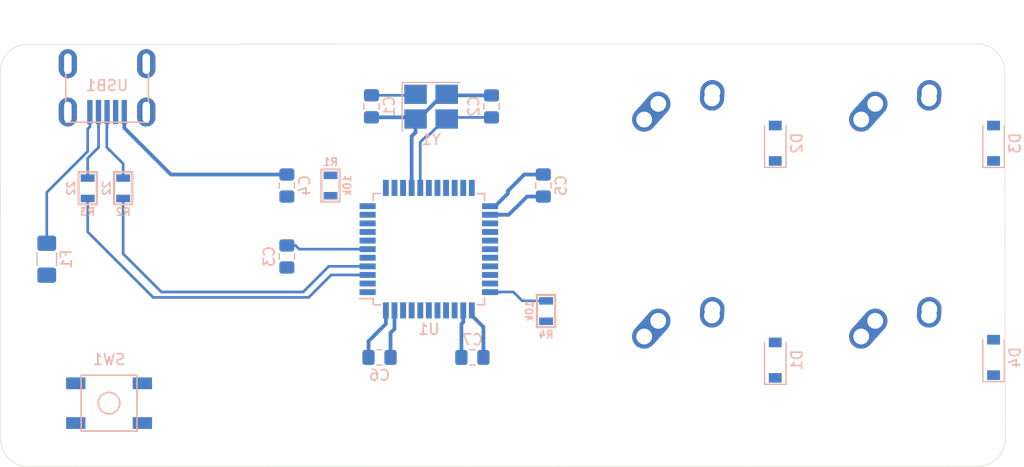
<source format=kicad_pcb>
(kicad_pcb (version 20171130) (host pcbnew "(5.1.2)-1")

  (general
    (thickness 1.6)
    (drawings 8)
    (tracks 80)
    (zones 0)
    (modules 24)
    (nets 45)
  )

  (page A4)
  (layers
    (0 F.Cu signal)
    (31 B.Cu signal)
    (32 B.Adhes user)
    (33 F.Adhes user)
    (34 B.Paste user)
    (35 F.Paste user)
    (36 B.SilkS user)
    (37 F.SilkS user)
    (38 B.Mask user)
    (39 F.Mask user)
    (40 Dwgs.User user)
    (41 Cmts.User user)
    (42 Eco1.User user)
    (43 Eco2.User user)
    (44 Edge.Cuts user)
    (45 Margin user)
    (46 B.CrtYd user)
    (47 F.CrtYd user)
    (48 B.Fab user)
    (49 F.Fab user)
  )

  (setup
    (last_trace_width 0.25)
    (trace_clearance 0.2)
    (zone_clearance 0.508)
    (zone_45_only no)
    (trace_min 0.2)
    (via_size 0.8)
    (via_drill 0.4)
    (via_min_size 0.4)
    (via_min_drill 0.3)
    (uvia_size 0.3)
    (uvia_drill 0.1)
    (uvias_allowed no)
    (uvia_min_size 0.2)
    (uvia_min_drill 0.1)
    (edge_width 0.05)
    (segment_width 0.2)
    (pcb_text_width 0.3)
    (pcb_text_size 1.5 1.5)
    (mod_edge_width 0.12)
    (mod_text_size 1 1)
    (mod_text_width 0.15)
    (pad_size 1.524 1.524)
    (pad_drill 0.762)
    (pad_to_mask_clearance 0.051)
    (solder_mask_min_width 0.25)
    (aux_axis_origin 0 0)
    (visible_elements 7FFFFFFF)
    (pcbplotparams
      (layerselection 0x010fc_ffffffff)
      (usegerberextensions false)
      (usegerberattributes false)
      (usegerberadvancedattributes false)
      (creategerberjobfile false)
      (excludeedgelayer true)
      (linewidth 0.100000)
      (plotframeref false)
      (viasonmask false)
      (mode 1)
      (useauxorigin false)
      (hpglpennumber 1)
      (hpglpenspeed 20)
      (hpglpendiameter 15.000000)
      (psnegative false)
      (psa4output false)
      (plotreference true)
      (plotvalue true)
      (plotinvisibletext false)
      (padsonsilk false)
      (subtractmaskfromsilk false)
      (outputformat 1)
      (mirror false)
      (drillshape 1)
      (scaleselection 1)
      (outputdirectory ""))
  )

  (net 0 "")
  (net 1 "Net-(C1-Pad2)")
  (net 2 GND)
  (net 3 "Net-(C2-Pad2)")
  (net 4 "Net-(C3-Pad1)")
  (net 5 +5V)
  (net 6 "Net-(D1-Pad2)")
  (net 7 ROW0)
  (net 8 "Net-(D2-Pad2)")
  (net 9 "Net-(D3-Pad2)")
  (net 10 ROW1)
  (net 11 "Net-(D4-Pad2)")
  (net 12 VCC)
  (net 13 COL0)
  (net 14 COL1)
  (net 15 "Net-(R1-Pad1)")
  (net 16 D+)
  (net 17 "Net-(R2-Pad1)")
  (net 18 D-)
  (net 19 "Net-(R3-Pad1)")
  (net 20 "Net-(R4-Pad2)")
  (net 21 "Net-(U1-Pad42)")
  (net 22 "Net-(U1-Pad41)")
  (net 23 "Net-(U1-Pad40)")
  (net 24 "Net-(U1-Pad39)")
  (net 25 "Net-(U1-Pad38)")
  (net 26 "Net-(U1-Pad37)")
  (net 27 "Net-(U1-Pad36)")
  (net 28 "Net-(U1-Pad32)")
  (net 29 "Net-(U1-Pad31)")
  (net 30 "Net-(U1-Pad26)")
  (net 31 "Net-(U1-Pad25)")
  (net 32 "Net-(U1-Pad22)")
  (net 33 "Net-(U1-Pad21)")
  (net 34 "Net-(U1-Pad20)")
  (net 35 "Net-(U1-Pad19)")
  (net 36 "Net-(U1-Pad18)")
  (net 37 "Net-(U1-Pad12)")
  (net 38 "Net-(U1-Pad11)")
  (net 39 "Net-(U1-Pad10)")
  (net 40 "Net-(U1-Pad9)")
  (net 41 "Net-(U1-Pad8)")
  (net 42 "Net-(U1-Pad1)")
  (net 43 "Net-(USB1-Pad6)")
  (net 44 "Net-(USB1-Pad2)")

  (net_class Default "これはデフォルトのネット クラスです。"
    (clearance 0.2)
    (trace_width 0.25)
    (via_dia 0.8)
    (via_drill 0.4)
    (uvia_dia 0.3)
    (uvia_drill 0.1)
    (add_net COL0)
    (add_net COL1)
    (add_net D+)
    (add_net D-)
    (add_net "Net-(C1-Pad2)")
    (add_net "Net-(C2-Pad2)")
    (add_net "Net-(C3-Pad1)")
    (add_net "Net-(D1-Pad2)")
    (add_net "Net-(D2-Pad2)")
    (add_net "Net-(D3-Pad2)")
    (add_net "Net-(D4-Pad2)")
    (add_net "Net-(R1-Pad1)")
    (add_net "Net-(R2-Pad1)")
    (add_net "Net-(R3-Pad1)")
    (add_net "Net-(R4-Pad2)")
    (add_net "Net-(U1-Pad1)")
    (add_net "Net-(U1-Pad10)")
    (add_net "Net-(U1-Pad11)")
    (add_net "Net-(U1-Pad12)")
    (add_net "Net-(U1-Pad18)")
    (add_net "Net-(U1-Pad19)")
    (add_net "Net-(U1-Pad20)")
    (add_net "Net-(U1-Pad21)")
    (add_net "Net-(U1-Pad22)")
    (add_net "Net-(U1-Pad25)")
    (add_net "Net-(U1-Pad26)")
    (add_net "Net-(U1-Pad31)")
    (add_net "Net-(U1-Pad32)")
    (add_net "Net-(U1-Pad36)")
    (add_net "Net-(U1-Pad37)")
    (add_net "Net-(U1-Pad38)")
    (add_net "Net-(U1-Pad39)")
    (add_net "Net-(U1-Pad40)")
    (add_net "Net-(U1-Pad41)")
    (add_net "Net-(U1-Pad42)")
    (add_net "Net-(U1-Pad8)")
    (add_net "Net-(U1-Pad9)")
    (add_net "Net-(USB1-Pad2)")
    (add_net "Net-(USB1-Pad6)")
    (add_net ROW0)
    (add_net ROW1)
    (add_net VCC)
  )

  (net_class power ""
    (clearance 0.2)
    (trace_width 0.35)
    (via_dia 0.8)
    (via_drill 0.4)
    (uvia_dia 0.3)
    (uvia_drill 0.1)
    (add_net +5V)
    (add_net GND)
  )

  (module Crystal:Crystal_SMD_3225-4Pin_3.2x2.5mm_HandSoldering (layer B.Cu) (tedit 5A0FD1B2) (tstamp 5DFF21A0)
    (at 63.97532 59.20424)
    (descr "SMD Crystal SERIES SMD3225/4 http://www.txccrystal.com/images/pdf/7m-accuracy.pdf, hand-soldering, 3.2x2.5mm^2 package")
    (tags "SMD SMT crystal hand-soldering")
    (path /5DC12B7D)
    (attr smd)
    (fp_text reference Y1 (at 0 3.05) (layer B.SilkS)
      (effects (font (size 1 1) (thickness 0.15)) (justify mirror))
    )
    (fp_text value 16MHz (at 0 -3.05) (layer B.Fab)
      (effects (font (size 1 1) (thickness 0.15)) (justify mirror))
    )
    (fp_line (start 2.8 2.3) (end -2.8 2.3) (layer B.CrtYd) (width 0.05))
    (fp_line (start 2.8 -2.3) (end 2.8 2.3) (layer B.CrtYd) (width 0.05))
    (fp_line (start -2.8 -2.3) (end 2.8 -2.3) (layer B.CrtYd) (width 0.05))
    (fp_line (start -2.8 2.3) (end -2.8 -2.3) (layer B.CrtYd) (width 0.05))
    (fp_line (start -2.7 -2.25) (end 2.7 -2.25) (layer B.SilkS) (width 0.12))
    (fp_line (start -2.7 2.25) (end -2.7 -2.25) (layer B.SilkS) (width 0.12))
    (fp_line (start -1.6 -0.25) (end -0.6 -1.25) (layer B.Fab) (width 0.1))
    (fp_line (start 1.6 1.25) (end -1.6 1.25) (layer B.Fab) (width 0.1))
    (fp_line (start 1.6 -1.25) (end 1.6 1.25) (layer B.Fab) (width 0.1))
    (fp_line (start -1.6 -1.25) (end 1.6 -1.25) (layer B.Fab) (width 0.1))
    (fp_line (start -1.6 1.25) (end -1.6 -1.25) (layer B.Fab) (width 0.1))
    (fp_text user %R (at 0 0) (layer B.Fab)
      (effects (font (size 0.7 0.7) (thickness 0.105)) (justify mirror))
    )
    (pad 4 smd rect (at -1.45 1.15) (size 2.1 1.8) (layers B.Cu B.Paste B.Mask)
      (net 2 GND))
    (pad 3 smd rect (at 1.45 1.15) (size 2.1 1.8) (layers B.Cu B.Paste B.Mask)
      (net 3 "Net-(C2-Pad2)"))
    (pad 2 smd rect (at 1.45 -1.15) (size 2.1 1.8) (layers B.Cu B.Paste B.Mask)
      (net 2 GND))
    (pad 1 smd rect (at -1.45 -1.15) (size 2.1 1.8) (layers B.Cu B.Paste B.Mask)
      (net 1 "Net-(C1-Pad2)"))
    (model ${KISYS3DMOD}/Crystal.3dshapes/Crystal_SMD_3225-4Pin_3.2x2.5mm_HandSoldering.wrl
      (at (xyz 0 0 0))
      (scale (xyz 1 1 1))
      (rotate (xyz 0 0 0))
    )
  )

  (module random-keyboard-parts:Molex-0548190589 (layer B.Cu) (tedit 5C494815) (tstamp 5DFF218C)
    (at 33.8074 55.20436 270)
    (path /5DC46C17)
    (attr smd)
    (fp_text reference USB1 (at 2.032 0) (layer B.SilkS)
      (effects (font (size 1 1) (thickness 0.15)) (justify mirror))
    )
    (fp_text value Molex-0548190589 (at -5.08 0) (layer Dwgs.User)
      (effects (font (size 1 1) (thickness 0.15)))
    )
    (fp_text user %R (at 2 0) (layer B.CrtYd)
      (effects (font (size 1 1) (thickness 0.15)) (justify mirror))
    )
    (fp_line (start 3.25 1.25) (end 5.5 1.25) (layer B.CrtYd) (width 0.15))
    (fp_line (start 5.5 0.5) (end 3.25 0.5) (layer B.CrtYd) (width 0.15))
    (fp_line (start 3.25 -0.5) (end 5.5 -0.5) (layer B.CrtYd) (width 0.15))
    (fp_line (start 5.5 -1.25) (end 3.25 -1.25) (layer B.CrtYd) (width 0.15))
    (fp_line (start 3.25 -2) (end 5.5 -2) (layer B.CrtYd) (width 0.15))
    (fp_line (start 3.25 2) (end 3.25 -2) (layer B.CrtYd) (width 0.15))
    (fp_line (start 5.5 2) (end 3.25 2) (layer B.CrtYd) (width 0.15))
    (fp_line (start -3.75 -3.75) (end -3.75 3.75) (layer B.CrtYd) (width 0.15))
    (fp_line (start 5.5 -3.75) (end -3.75 -3.75) (layer B.CrtYd) (width 0.15))
    (fp_line (start 5.5 3.75) (end 5.5 -3.75) (layer B.CrtYd) (width 0.15))
    (fp_line (start -3.75 3.75) (end 5.5 3.75) (layer B.CrtYd) (width 0.15))
    (fp_line (start 0 3.85) (end 5.45 3.85) (layer B.SilkS) (width 0.15))
    (fp_line (start 0 -3.85) (end 5.45 -3.85) (layer B.SilkS) (width 0.15))
    (fp_line (start 5.45 3.85) (end 5.45 -3.85) (layer B.SilkS) (width 0.15))
    (fp_line (start -3.75 3.85) (end 0 3.85) (layer Dwgs.User) (width 0.15))
    (fp_line (start -3.75 -3.85) (end 0 -3.85) (layer Dwgs.User) (width 0.15))
    (fp_line (start -1.75 4.572) (end -1.75 -4.572) (layer Dwgs.User) (width 0.15))
    (fp_line (start -3.75 3.85) (end -3.75 -3.85) (layer Dwgs.User) (width 0.15))
    (pad 6 thru_hole oval (at 0 3.65 270) (size 2.7 1.7) (drill oval 1.9 0.7) (layers *.Cu *.Mask)
      (net 43 "Net-(USB1-Pad6)"))
    (pad 6 thru_hole oval (at 0 -3.65 270) (size 2.7 1.7) (drill oval 1.9 0.7) (layers *.Cu *.Mask)
      (net 43 "Net-(USB1-Pad6)"))
    (pad 6 thru_hole oval (at 4.5 -3.65 270) (size 2.7 1.7) (drill oval 1.9 0.7) (layers *.Cu *.Mask)
      (net 43 "Net-(USB1-Pad6)"))
    (pad 6 thru_hole oval (at 4.5 3.65 270) (size 2.7 1.7) (drill oval 1.9 0.7) (layers *.Cu *.Mask)
      (net 43 "Net-(USB1-Pad6)"))
    (pad 5 smd rect (at 4.5 1.6 270) (size 2.25 0.5) (layers B.Cu B.Paste B.Mask)
      (net 12 VCC))
    (pad 4 smd rect (at 4.5 0.8 270) (size 2.25 0.5) (layers B.Cu B.Paste B.Mask)
      (net 18 D-))
    (pad 3 smd rect (at 4.5 0 270) (size 2.25 0.5) (layers B.Cu B.Paste B.Mask)
      (net 16 D+))
    (pad 2 smd rect (at 4.5 -0.8 270) (size 2.25 0.5) (layers B.Cu B.Paste B.Mask)
      (net 44 "Net-(USB1-Pad2)"))
    (pad 1 smd rect (at 4.5 -1.6 270) (size 2.25 0.5) (layers B.Cu B.Paste B.Mask)
      (net 2 GND))
  )

  (module Package_QFP:TQFP-44_10x10mm_P0.8mm (layer B.Cu) (tedit 5A02F146) (tstamp 5DFF216C)
    (at 63.76416 72.47128)
    (descr "44-Lead Plastic Thin Quad Flatpack (PT) - 10x10x1.0 mm Body [TQFP] (see Microchip Packaging Specification 00000049BS.pdf)")
    (tags "QFP 0.8")
    (path /5DBEEC39)
    (attr smd)
    (fp_text reference U1 (at 0 7.45) (layer B.SilkS)
      (effects (font (size 1 1) (thickness 0.15)) (justify mirror))
    )
    (fp_text value ATmega32U4-AU (at 0 -7.45) (layer B.Fab)
      (effects (font (size 1 1) (thickness 0.15)) (justify mirror))
    )
    (fp_line (start -5.175 4.6) (end -6.45 4.6) (layer B.SilkS) (width 0.15))
    (fp_line (start 5.175 5.175) (end 4.5 5.175) (layer B.SilkS) (width 0.15))
    (fp_line (start 5.175 -5.175) (end 4.5 -5.175) (layer B.SilkS) (width 0.15))
    (fp_line (start -5.175 -5.175) (end -4.5 -5.175) (layer B.SilkS) (width 0.15))
    (fp_line (start -5.175 5.175) (end -4.5 5.175) (layer B.SilkS) (width 0.15))
    (fp_line (start -5.175 -5.175) (end -5.175 -4.5) (layer B.SilkS) (width 0.15))
    (fp_line (start 5.175 -5.175) (end 5.175 -4.5) (layer B.SilkS) (width 0.15))
    (fp_line (start 5.175 5.175) (end 5.175 4.5) (layer B.SilkS) (width 0.15))
    (fp_line (start -5.175 5.175) (end -5.175 4.6) (layer B.SilkS) (width 0.15))
    (fp_line (start -6.7 -6.7) (end 6.7 -6.7) (layer B.CrtYd) (width 0.05))
    (fp_line (start -6.7 6.7) (end 6.7 6.7) (layer B.CrtYd) (width 0.05))
    (fp_line (start 6.7 6.7) (end 6.7 -6.7) (layer B.CrtYd) (width 0.05))
    (fp_line (start -6.7 6.7) (end -6.7 -6.7) (layer B.CrtYd) (width 0.05))
    (fp_line (start -5 4) (end -4 5) (layer B.Fab) (width 0.15))
    (fp_line (start -5 -5) (end -5 4) (layer B.Fab) (width 0.15))
    (fp_line (start 5 -5) (end -5 -5) (layer B.Fab) (width 0.15))
    (fp_line (start 5 5) (end 5 -5) (layer B.Fab) (width 0.15))
    (fp_line (start -4 5) (end 5 5) (layer B.Fab) (width 0.15))
    (fp_text user %R (at 0 0) (layer B.Fab)
      (effects (font (size 1 1) (thickness 0.15)) (justify mirror))
    )
    (pad 44 smd rect (at -4 5.7 270) (size 1.5 0.55) (layers B.Cu B.Paste B.Mask)
      (net 5 +5V))
    (pad 43 smd rect (at -3.2 5.7 270) (size 1.5 0.55) (layers B.Cu B.Paste B.Mask)
      (net 2 GND))
    (pad 42 smd rect (at -2.4 5.7 270) (size 1.5 0.55) (layers B.Cu B.Paste B.Mask)
      (net 21 "Net-(U1-Pad42)"))
    (pad 41 smd rect (at -1.6 5.7 270) (size 1.5 0.55) (layers B.Cu B.Paste B.Mask)
      (net 22 "Net-(U1-Pad41)"))
    (pad 40 smd rect (at -0.8 5.7 270) (size 1.5 0.55) (layers B.Cu B.Paste B.Mask)
      (net 23 "Net-(U1-Pad40)"))
    (pad 39 smd rect (at 0 5.7 270) (size 1.5 0.55) (layers B.Cu B.Paste B.Mask)
      (net 24 "Net-(U1-Pad39)"))
    (pad 38 smd rect (at 0.8 5.7 270) (size 1.5 0.55) (layers B.Cu B.Paste B.Mask)
      (net 25 "Net-(U1-Pad38)"))
    (pad 37 smd rect (at 1.6 5.7 270) (size 1.5 0.55) (layers B.Cu B.Paste B.Mask)
      (net 26 "Net-(U1-Pad37)"))
    (pad 36 smd rect (at 2.4 5.7 270) (size 1.5 0.55) (layers B.Cu B.Paste B.Mask)
      (net 27 "Net-(U1-Pad36)"))
    (pad 35 smd rect (at 3.2 5.7 270) (size 1.5 0.55) (layers B.Cu B.Paste B.Mask)
      (net 2 GND))
    (pad 34 smd rect (at 4 5.7 270) (size 1.5 0.55) (layers B.Cu B.Paste B.Mask)
      (net 5 +5V))
    (pad 33 smd rect (at 5.7 4) (size 1.5 0.55) (layers B.Cu B.Paste B.Mask)
      (net 20 "Net-(R4-Pad2)"))
    (pad 32 smd rect (at 5.7 3.2) (size 1.5 0.55) (layers B.Cu B.Paste B.Mask)
      (net 28 "Net-(U1-Pad32)"))
    (pad 31 smd rect (at 5.7 2.4) (size 1.5 0.55) (layers B.Cu B.Paste B.Mask)
      (net 29 "Net-(U1-Pad31)"))
    (pad 30 smd rect (at 5.7 1.6) (size 1.5 0.55) (layers B.Cu B.Paste B.Mask)
      (net 14 COL1))
    (pad 29 smd rect (at 5.7 0.8) (size 1.5 0.55) (layers B.Cu B.Paste B.Mask)
      (net 13 COL0))
    (pad 28 smd rect (at 5.7 0) (size 1.5 0.55) (layers B.Cu B.Paste B.Mask)
      (net 10 ROW1))
    (pad 27 smd rect (at 5.7 -0.8) (size 1.5 0.55) (layers B.Cu B.Paste B.Mask)
      (net 7 ROW0))
    (pad 26 smd rect (at 5.7 -1.6) (size 1.5 0.55) (layers B.Cu B.Paste B.Mask)
      (net 30 "Net-(U1-Pad26)"))
    (pad 25 smd rect (at 5.7 -2.4) (size 1.5 0.55) (layers B.Cu B.Paste B.Mask)
      (net 31 "Net-(U1-Pad25)"))
    (pad 24 smd rect (at 5.7 -3.2) (size 1.5 0.55) (layers B.Cu B.Paste B.Mask)
      (net 5 +5V))
    (pad 23 smd rect (at 5.7 -4) (size 1.5 0.55) (layers B.Cu B.Paste B.Mask)
      (net 2 GND))
    (pad 22 smd rect (at 4 -5.7 270) (size 1.5 0.55) (layers B.Cu B.Paste B.Mask)
      (net 32 "Net-(U1-Pad22)"))
    (pad 21 smd rect (at 3.2 -5.7 270) (size 1.5 0.55) (layers B.Cu B.Paste B.Mask)
      (net 33 "Net-(U1-Pad21)"))
    (pad 20 smd rect (at 2.4 -5.7 270) (size 1.5 0.55) (layers B.Cu B.Paste B.Mask)
      (net 34 "Net-(U1-Pad20)"))
    (pad 19 smd rect (at 1.6 -5.7 270) (size 1.5 0.55) (layers B.Cu B.Paste B.Mask)
      (net 35 "Net-(U1-Pad19)"))
    (pad 18 smd rect (at 0.8 -5.7 270) (size 1.5 0.55) (layers B.Cu B.Paste B.Mask)
      (net 36 "Net-(U1-Pad18)"))
    (pad 17 smd rect (at 0 -5.7 270) (size 1.5 0.55) (layers B.Cu B.Paste B.Mask)
      (net 1 "Net-(C1-Pad2)"))
    (pad 16 smd rect (at -0.8 -5.7 270) (size 1.5 0.55) (layers B.Cu B.Paste B.Mask)
      (net 3 "Net-(C2-Pad2)"))
    (pad 15 smd rect (at -1.6 -5.7 270) (size 1.5 0.55) (layers B.Cu B.Paste B.Mask)
      (net 2 GND))
    (pad 14 smd rect (at -2.4 -5.7 270) (size 1.5 0.55) (layers B.Cu B.Paste B.Mask)
      (net 5 +5V))
    (pad 13 smd rect (at -3.2 -5.7 270) (size 1.5 0.55) (layers B.Cu B.Paste B.Mask)
      (net 15 "Net-(R1-Pad1)"))
    (pad 12 smd rect (at -4 -5.7 270) (size 1.5 0.55) (layers B.Cu B.Paste B.Mask)
      (net 37 "Net-(U1-Pad12)"))
    (pad 11 smd rect (at -5.7 -4) (size 1.5 0.55) (layers B.Cu B.Paste B.Mask)
      (net 38 "Net-(U1-Pad11)"))
    (pad 10 smd rect (at -5.7 -3.2) (size 1.5 0.55) (layers B.Cu B.Paste B.Mask)
      (net 39 "Net-(U1-Pad10)"))
    (pad 9 smd rect (at -5.7 -2.4) (size 1.5 0.55) (layers B.Cu B.Paste B.Mask)
      (net 40 "Net-(U1-Pad9)"))
    (pad 8 smd rect (at -5.7 -1.6) (size 1.5 0.55) (layers B.Cu B.Paste B.Mask)
      (net 41 "Net-(U1-Pad8)"))
    (pad 7 smd rect (at -5.7 -0.8) (size 1.5 0.55) (layers B.Cu B.Paste B.Mask)
      (net 5 +5V))
    (pad 6 smd rect (at -5.7 0) (size 1.5 0.55) (layers B.Cu B.Paste B.Mask)
      (net 4 "Net-(C3-Pad1)"))
    (pad 5 smd rect (at -5.7 0.8) (size 1.5 0.55) (layers B.Cu B.Paste B.Mask)
      (net 2 GND))
    (pad 4 smd rect (at -5.7 1.6) (size 1.5 0.55) (layers B.Cu B.Paste B.Mask)
      (net 17 "Net-(R2-Pad1)"))
    (pad 3 smd rect (at -5.7 2.4) (size 1.5 0.55) (layers B.Cu B.Paste B.Mask)
      (net 19 "Net-(R3-Pad1)"))
    (pad 2 smd rect (at -5.7 3.2) (size 1.5 0.55) (layers B.Cu B.Paste B.Mask)
      (net 5 +5V))
    (pad 1 smd rect (at -5.7 4) (size 1.5 0.55) (layers B.Cu B.Paste B.Mask)
      (net 42 "Net-(U1-Pad1)"))
    (model ${KISYS3DMOD}/Package_QFP.3dshapes/TQFP-44_10x10mm_P0.8mm.wrl
      (at (xyz 0 0 0))
      (scale (xyz 1 1 1))
      (rotate (xyz 0 0 0))
    )
  )

  (module random-keyboard-parts:SKQG-1155865 (layer B.Cu) (tedit 5C42C5DE) (tstamp 5DFF2129)
    (at 33.99416 86.80792)
    (path /5DC24579)
    (attr smd)
    (fp_text reference SW1 (at 0 -4.064) (layer B.SilkS)
      (effects (font (size 1 1) (thickness 0.15)) (justify mirror))
    )
    (fp_text value SW_PUSH (at 0 4.064) (layer B.Fab)
      (effects (font (size 1 1) (thickness 0.15)) (justify mirror))
    )
    (fp_line (start -2.6 2.6) (end 2.6 2.6) (layer B.SilkS) (width 0.15))
    (fp_line (start 2.6 2.6) (end 2.6 -2.6) (layer B.SilkS) (width 0.15))
    (fp_line (start 2.6 -2.6) (end -2.6 -2.6) (layer B.SilkS) (width 0.15))
    (fp_line (start -2.6 -2.6) (end -2.6 2.6) (layer B.SilkS) (width 0.15))
    (fp_circle (center 0 0) (end 1 0) (layer B.SilkS) (width 0.15))
    (fp_line (start -4.2 2.6) (end 4.2 2.6) (layer B.Fab) (width 0.15))
    (fp_line (start 4.2 2.6) (end 4.2 1.2) (layer B.Fab) (width 0.15))
    (fp_line (start 4.2 1.1) (end 2.6 1.1) (layer B.Fab) (width 0.15))
    (fp_line (start 2.6 1.1) (end 2.6 -1.1) (layer B.Fab) (width 0.15))
    (fp_line (start 2.6 -1.1) (end 4.2 -1.1) (layer B.Fab) (width 0.15))
    (fp_line (start 4.2 -1.1) (end 4.2 -2.6) (layer B.Fab) (width 0.15))
    (fp_line (start 4.2 -2.6) (end -4.2 -2.6) (layer B.Fab) (width 0.15))
    (fp_line (start -4.2 -2.6) (end -4.2 -1.1) (layer B.Fab) (width 0.15))
    (fp_line (start -4.2 -1.1) (end -2.6 -1.1) (layer B.Fab) (width 0.15))
    (fp_line (start -2.6 -1.1) (end -2.6 1.1) (layer B.Fab) (width 0.15))
    (fp_line (start -2.6 1.1) (end -4.2 1.1) (layer B.Fab) (width 0.15))
    (fp_line (start -4.2 1.1) (end -4.2 2.6) (layer B.Fab) (width 0.15))
    (fp_circle (center 0 0) (end 1 0) (layer B.Fab) (width 0.15))
    (fp_line (start -2.6 1.1) (end -1.1 2.6) (layer B.Fab) (width 0.15))
    (fp_line (start 2.6 1.1) (end 1.1 2.6) (layer B.Fab) (width 0.15))
    (fp_line (start 2.6 -1.1) (end 1.1 -2.6) (layer B.Fab) (width 0.15))
    (fp_line (start -2.6 -1.1) (end -1.1 -2.6) (layer B.Fab) (width 0.15))
    (pad 4 smd rect (at -3.1 -1.85) (size 1.8 1.1) (layers B.Cu B.Paste B.Mask))
    (pad 3 smd rect (at 3.1 1.85) (size 1.8 1.1) (layers B.Cu B.Paste B.Mask))
    (pad 2 smd rect (at -3.1 1.85) (size 1.8 1.1) (layers B.Cu B.Paste B.Mask)
      (net 15 "Net-(R1-Pad1)"))
    (pad 1 smd rect (at 3.1 -1.85) (size 1.8 1.1) (layers B.Cu B.Paste B.Mask)
      (net 2 GND))
  )

  (module Keebio-Parts:R_0805 (layer B.Cu) (tedit 5CED8C8D) (tstamp 5DFF210B)
    (at 74.676 78.232 90)
    (descr "SMT, 2012, 0805")
    (tags "SMT, 2012, 0805")
    (path /5DBF6745)
    (attr smd)
    (fp_text reference R4 (at -2.2 0 180) (layer B.SilkS)
      (effects (font (size 0.7 0.7) (thickness 0.15)) (justify mirror))
    )
    (fp_text value 10k (at 0 -1.55 90) (layer B.SilkS)
      (effects (font (size 0.7 0.7) (thickness 0.15)) (justify mirror))
    )
    (fp_line (start -1.5 -0.85) (end 1.5 -0.85) (layer B.SilkS) (width 0.2))
    (fp_line (start -1.5 0.85) (end -1.5 -0.85) (layer B.SilkS) (width 0.2))
    (fp_line (start 1.5 0.85) (end 1.5 -0.85) (layer B.SilkS) (width 0.2))
    (fp_line (start -1.5 0.85) (end 1.5 0.85) (layer B.SilkS) (width 0.2))
    (pad 1 smd rect (at -0.95 0 90) (size 0.7 1.3) (layers B.Cu B.Paste B.Mask)
      (net 2 GND) (clearance 0.1))
    (pad 2 smd rect (at 0.95 0 90) (size 0.7 1.3) (layers B.Cu B.Paste B.Mask)
      (net 20 "Net-(R4-Pad2)") (clearance 0.1))
    (model ${KISYS3DMOD}/Resistor_SMD.3dshapes/R_0805_2012Metric.wrl
      (at (xyz 0 0 0))
      (scale (xyz 1 1 1))
      (rotate (xyz 0 0 0))
    )
  )

  (module Keebio-Parts:R_0805 (layer B.Cu) (tedit 5CED8C8D) (tstamp 5DFF2101)
    (at 32.004 66.802 90)
    (descr "SMT, 2012, 0805")
    (tags "SMT, 2012, 0805")
    (path /5DBF85F2)
    (attr smd)
    (fp_text reference R3 (at -2.2 0) (layer B.SilkS)
      (effects (font (size 0.7 0.7) (thickness 0.15)) (justify mirror))
    )
    (fp_text value 22 (at 0 -1.55 270) (layer B.SilkS)
      (effects (font (size 0.7 0.7) (thickness 0.15)) (justify mirror))
    )
    (fp_line (start -1.5 -0.85) (end 1.5 -0.85) (layer B.SilkS) (width 0.2))
    (fp_line (start -1.5 0.85) (end -1.5 -0.85) (layer B.SilkS) (width 0.2))
    (fp_line (start 1.5 0.85) (end 1.5 -0.85) (layer B.SilkS) (width 0.2))
    (fp_line (start -1.5 0.85) (end 1.5 0.85) (layer B.SilkS) (width 0.2))
    (pad 1 smd rect (at -0.95 0 90) (size 0.7 1.3) (layers B.Cu B.Paste B.Mask)
      (net 19 "Net-(R3-Pad1)") (clearance 0.1))
    (pad 2 smd rect (at 0.95 0 90) (size 0.7 1.3) (layers B.Cu B.Paste B.Mask)
      (net 18 D-) (clearance 0.1))
    (model ${KISYS3DMOD}/Resistor_SMD.3dshapes/R_0805_2012Metric.wrl
      (at (xyz 0 0 0))
      (scale (xyz 1 1 1))
      (rotate (xyz 0 0 0))
    )
  )

  (module Keebio-Parts:R_0805 (layer B.Cu) (tedit 5CED8C8D) (tstamp 5DFF20F7)
    (at 35.306 66.802 90)
    (descr "SMT, 2012, 0805")
    (tags "SMT, 2012, 0805")
    (path /5DBF817B)
    (attr smd)
    (fp_text reference R2 (at -2.2 0) (layer B.SilkS)
      (effects (font (size 0.7 0.7) (thickness 0.15)) (justify mirror))
    )
    (fp_text value 22 (at 0 -1.55 270) (layer B.SilkS)
      (effects (font (size 0.7 0.7) (thickness 0.15)) (justify mirror))
    )
    (fp_line (start -1.5 -0.85) (end 1.5 -0.85) (layer B.SilkS) (width 0.2))
    (fp_line (start -1.5 0.85) (end -1.5 -0.85) (layer B.SilkS) (width 0.2))
    (fp_line (start 1.5 0.85) (end 1.5 -0.85) (layer B.SilkS) (width 0.2))
    (fp_line (start -1.5 0.85) (end 1.5 0.85) (layer B.SilkS) (width 0.2))
    (pad 1 smd rect (at -0.95 0 90) (size 0.7 1.3) (layers B.Cu B.Paste B.Mask)
      (net 17 "Net-(R2-Pad1)") (clearance 0.1))
    (pad 2 smd rect (at 0.95 0 90) (size 0.7 1.3) (layers B.Cu B.Paste B.Mask)
      (net 16 D+) (clearance 0.1))
    (model ${KISYS3DMOD}/Resistor_SMD.3dshapes/R_0805_2012Metric.wrl
      (at (xyz 0 0 0))
      (scale (xyz 1 1 1))
      (rotate (xyz 0 0 0))
    )
  )

  (module Keebio-Parts:R_0805 (layer B.Cu) (tedit 5CED8C8D) (tstamp 5DFF20ED)
    (at 54.61 66.548 270)
    (descr "SMT, 2012, 0805")
    (tags "SMT, 2012, 0805")
    (path /5DC28949)
    (attr smd)
    (fp_text reference R1 (at -2.2 0 180) (layer B.SilkS)
      (effects (font (size 0.7 0.7) (thickness 0.15)) (justify mirror))
    )
    (fp_text value 10k (at 0 -1.55 90) (layer B.SilkS)
      (effects (font (size 0.7 0.7) (thickness 0.15)) (justify mirror))
    )
    (fp_line (start -1.5 -0.85) (end 1.5 -0.85) (layer B.SilkS) (width 0.2))
    (fp_line (start -1.5 0.85) (end -1.5 -0.85) (layer B.SilkS) (width 0.2))
    (fp_line (start 1.5 0.85) (end 1.5 -0.85) (layer B.SilkS) (width 0.2))
    (fp_line (start -1.5 0.85) (end 1.5 0.85) (layer B.SilkS) (width 0.2))
    (pad 1 smd rect (at -0.95 0 270) (size 0.7 1.3) (layers B.Cu B.Paste B.Mask)
      (net 15 "Net-(R1-Pad1)") (clearance 0.1))
    (pad 2 smd rect (at 0.95 0 270) (size 0.7 1.3) (layers B.Cu B.Paste B.Mask)
      (net 5 +5V) (clearance 0.1))
    (model ${KISYS3DMOD}/Resistor_SMD.3dshapes/R_0805_2012Metric.wrl
      (at (xyz 0 0 0))
      (scale (xyz 1 1 1))
      (rotate (xyz 0 0 0))
    )
  )

  (module MX_Alps_Hybrid:MX-1U-NoLED (layer F.Cu) (tedit 5A9F5203) (tstamp 5DFF20E3)
    (at 107.8198 83.1442)
    (path /5DC5F08A)
    (fp_text reference MX4 (at 0 3.175) (layer Dwgs.User)
      (effects (font (size 1 1) (thickness 0.15)))
    )
    (fp_text value MX-NoLED (at 0 -7.9375) (layer Dwgs.User)
      (effects (font (size 1 1) (thickness 0.15)))
    )
    (fp_line (start -9.525 9.525) (end -9.525 -9.525) (layer Dwgs.User) (width 0.15))
    (fp_line (start 9.525 9.525) (end -9.525 9.525) (layer Dwgs.User) (width 0.15))
    (fp_line (start 9.525 -9.525) (end 9.525 9.525) (layer Dwgs.User) (width 0.15))
    (fp_line (start -9.525 -9.525) (end 9.525 -9.525) (layer Dwgs.User) (width 0.15))
    (fp_line (start -7 -7) (end -7 -5) (layer Dwgs.User) (width 0.15))
    (fp_line (start -5 -7) (end -7 -7) (layer Dwgs.User) (width 0.15))
    (fp_line (start -7 7) (end -5 7) (layer Dwgs.User) (width 0.15))
    (fp_line (start -7 5) (end -7 7) (layer Dwgs.User) (width 0.15))
    (fp_line (start 7 7) (end 7 5) (layer Dwgs.User) (width 0.15))
    (fp_line (start 5 7) (end 7 7) (layer Dwgs.User) (width 0.15))
    (fp_line (start 7 -7) (end 7 -5) (layer Dwgs.User) (width 0.15))
    (fp_line (start 5 -7) (end 7 -7) (layer Dwgs.User) (width 0.15))
    (pad "" np_thru_hole circle (at 5.08 0 48.0996) (size 1.75 1.75) (drill 1.75) (layers *.Cu *.Mask))
    (pad "" np_thru_hole circle (at -5.08 0 48.0996) (size 1.75 1.75) (drill 1.75) (layers *.Cu *.Mask))
    (pad 1 thru_hole circle (at -2.5 -4) (size 2.25 2.25) (drill 1.47) (layers *.Cu B.Mask)
      (net 14 COL1))
    (pad "" np_thru_hole circle (at 0 0) (size 3.9878 3.9878) (drill 3.9878) (layers *.Cu *.Mask))
    (pad 1 thru_hole oval (at -3.81 -2.54 48.0996) (size 4.211556 2.25) (drill 1.47 (offset 0.980778 0)) (layers *.Cu B.Mask)
      (net 14 COL1))
    (pad 2 thru_hole circle (at 2.54 -5.08) (size 2.25 2.25) (drill 1.47) (layers *.Cu B.Mask)
      (net 11 "Net-(D4-Pad2)"))
    (pad 2 thru_hole oval (at 2.5 -4.5 86.0548) (size 2.831378 2.25) (drill 1.47 (offset 0.290689 0)) (layers *.Cu B.Mask)
      (net 11 "Net-(D4-Pad2)"))
  )

  (module MX_Alps_Hybrid:MX-1U-NoLED (layer F.Cu) (tedit 5A9F5203) (tstamp 5DFF20CC)
    (at 107.8198 62.9442)
    (path /5DC5E364)
    (fp_text reference MX3 (at 0 3.175) (layer Dwgs.User)
      (effects (font (size 1 1) (thickness 0.15)))
    )
    (fp_text value MX-NoLED (at 0 -7.9375) (layer Dwgs.User)
      (effects (font (size 1 1) (thickness 0.15)))
    )
    (fp_line (start -9.525 9.525) (end -9.525 -9.525) (layer Dwgs.User) (width 0.15))
    (fp_line (start 9.525 9.525) (end -9.525 9.525) (layer Dwgs.User) (width 0.15))
    (fp_line (start 9.525 -9.525) (end 9.525 9.525) (layer Dwgs.User) (width 0.15))
    (fp_line (start -9.525 -9.525) (end 9.525 -9.525) (layer Dwgs.User) (width 0.15))
    (fp_line (start -7 -7) (end -7 -5) (layer Dwgs.User) (width 0.15))
    (fp_line (start -5 -7) (end -7 -7) (layer Dwgs.User) (width 0.15))
    (fp_line (start -7 7) (end -5 7) (layer Dwgs.User) (width 0.15))
    (fp_line (start -7 5) (end -7 7) (layer Dwgs.User) (width 0.15))
    (fp_line (start 7 7) (end 7 5) (layer Dwgs.User) (width 0.15))
    (fp_line (start 5 7) (end 7 7) (layer Dwgs.User) (width 0.15))
    (fp_line (start 7 -7) (end 7 -5) (layer Dwgs.User) (width 0.15))
    (fp_line (start 5 -7) (end 7 -7) (layer Dwgs.User) (width 0.15))
    (pad "" np_thru_hole circle (at 5.08 0 48.0996) (size 1.75 1.75) (drill 1.75) (layers *.Cu *.Mask))
    (pad "" np_thru_hole circle (at -5.08 0 48.0996) (size 1.75 1.75) (drill 1.75) (layers *.Cu *.Mask))
    (pad 1 thru_hole circle (at -2.5 -4) (size 2.25 2.25) (drill 1.47) (layers *.Cu B.Mask)
      (net 13 COL0))
    (pad "" np_thru_hole circle (at 0 0) (size 3.9878 3.9878) (drill 3.9878) (layers *.Cu *.Mask))
    (pad 1 thru_hole oval (at -3.81 -2.54 48.0996) (size 4.211556 2.25) (drill 1.47 (offset 0.980778 0)) (layers *.Cu B.Mask)
      (net 13 COL0))
    (pad 2 thru_hole circle (at 2.54 -5.08) (size 2.25 2.25) (drill 1.47) (layers *.Cu B.Mask)
      (net 9 "Net-(D3-Pad2)"))
    (pad 2 thru_hole oval (at 2.5 -4.5 86.0548) (size 2.831378 2.25) (drill 1.47 (offset 0.290689 0)) (layers *.Cu B.Mask)
      (net 9 "Net-(D3-Pad2)"))
  )

  (module MX_Alps_Hybrid:MX-1U-NoLED (layer F.Cu) (tedit 5A9F5203) (tstamp 5DFF20B5)
    (at 87.6198 62.9442)
    (path /5DC5CCB4)
    (fp_text reference MX2 (at 0 3.175) (layer Dwgs.User)
      (effects (font (size 1 1) (thickness 0.15)))
    )
    (fp_text value MX-NoLED (at 0 -7.9375) (layer Dwgs.User)
      (effects (font (size 1 1) (thickness 0.15)))
    )
    (fp_line (start -9.525 9.525) (end -9.525 -9.525) (layer Dwgs.User) (width 0.15))
    (fp_line (start 9.525 9.525) (end -9.525 9.525) (layer Dwgs.User) (width 0.15))
    (fp_line (start 9.525 -9.525) (end 9.525 9.525) (layer Dwgs.User) (width 0.15))
    (fp_line (start -9.525 -9.525) (end 9.525 -9.525) (layer Dwgs.User) (width 0.15))
    (fp_line (start -7 -7) (end -7 -5) (layer Dwgs.User) (width 0.15))
    (fp_line (start -5 -7) (end -7 -7) (layer Dwgs.User) (width 0.15))
    (fp_line (start -7 7) (end -5 7) (layer Dwgs.User) (width 0.15))
    (fp_line (start -7 5) (end -7 7) (layer Dwgs.User) (width 0.15))
    (fp_line (start 7 7) (end 7 5) (layer Dwgs.User) (width 0.15))
    (fp_line (start 5 7) (end 7 7) (layer Dwgs.User) (width 0.15))
    (fp_line (start 7 -7) (end 7 -5) (layer Dwgs.User) (width 0.15))
    (fp_line (start 5 -7) (end 7 -7) (layer Dwgs.User) (width 0.15))
    (pad "" np_thru_hole circle (at 5.08 0 48.0996) (size 1.75 1.75) (drill 1.75) (layers *.Cu *.Mask))
    (pad "" np_thru_hole circle (at -5.08 0 48.0996) (size 1.75 1.75) (drill 1.75) (layers *.Cu *.Mask))
    (pad 1 thru_hole circle (at -2.5 -4) (size 2.25 2.25) (drill 1.47) (layers *.Cu B.Mask)
      (net 14 COL1))
    (pad "" np_thru_hole circle (at 0 0) (size 3.9878 3.9878) (drill 3.9878) (layers *.Cu *.Mask))
    (pad 1 thru_hole oval (at -3.81 -2.54 48.0996) (size 4.211556 2.25) (drill 1.47 (offset 0.980778 0)) (layers *.Cu B.Mask)
      (net 14 COL1))
    (pad 2 thru_hole circle (at 2.54 -5.08) (size 2.25 2.25) (drill 1.47) (layers *.Cu B.Mask)
      (net 8 "Net-(D2-Pad2)"))
    (pad 2 thru_hole oval (at 2.5 -4.5 86.0548) (size 2.831378 2.25) (drill 1.47 (offset 0.290689 0)) (layers *.Cu B.Mask)
      (net 8 "Net-(D2-Pad2)"))
  )

  (module MX_Alps_Hybrid:MX-1U-NoLED (layer F.Cu) (tedit 5A9F5203) (tstamp 5DFF209E)
    (at 87.6198 83.1442)
    (path /5DC53052)
    (fp_text reference MX1 (at 0 3.175) (layer Dwgs.User)
      (effects (font (size 1 1) (thickness 0.15)))
    )
    (fp_text value MX-NoLED (at 0 -7.9375) (layer Dwgs.User)
      (effects (font (size 1 1) (thickness 0.15)))
    )
    (fp_line (start -9.525 9.525) (end -9.525 -9.525) (layer Dwgs.User) (width 0.15))
    (fp_line (start 9.525 9.525) (end -9.525 9.525) (layer Dwgs.User) (width 0.15))
    (fp_line (start 9.525 -9.525) (end 9.525 9.525) (layer Dwgs.User) (width 0.15))
    (fp_line (start -9.525 -9.525) (end 9.525 -9.525) (layer Dwgs.User) (width 0.15))
    (fp_line (start -7 -7) (end -7 -5) (layer Dwgs.User) (width 0.15))
    (fp_line (start -5 -7) (end -7 -7) (layer Dwgs.User) (width 0.15))
    (fp_line (start -7 7) (end -5 7) (layer Dwgs.User) (width 0.15))
    (fp_line (start -7 5) (end -7 7) (layer Dwgs.User) (width 0.15))
    (fp_line (start 7 7) (end 7 5) (layer Dwgs.User) (width 0.15))
    (fp_line (start 5 7) (end 7 7) (layer Dwgs.User) (width 0.15))
    (fp_line (start 7 -7) (end 7 -5) (layer Dwgs.User) (width 0.15))
    (fp_line (start 5 -7) (end 7 -7) (layer Dwgs.User) (width 0.15))
    (pad "" np_thru_hole circle (at 5.08 0 48.0996) (size 1.75 1.75) (drill 1.75) (layers *.Cu *.Mask))
    (pad "" np_thru_hole circle (at -5.08 0 48.0996) (size 1.75 1.75) (drill 1.75) (layers *.Cu *.Mask))
    (pad 1 thru_hole circle (at -2.5 -4) (size 2.25 2.25) (drill 1.47) (layers *.Cu B.Mask)
      (net 13 COL0))
    (pad "" np_thru_hole circle (at 0 0) (size 3.9878 3.9878) (drill 3.9878) (layers *.Cu *.Mask))
    (pad 1 thru_hole oval (at -3.81 -2.54 48.0996) (size 4.211556 2.25) (drill 1.47 (offset 0.980778 0)) (layers *.Cu B.Mask)
      (net 13 COL0))
    (pad 2 thru_hole circle (at 2.54 -5.08) (size 2.25 2.25) (drill 1.47) (layers *.Cu B.Mask)
      (net 6 "Net-(D1-Pad2)"))
    (pad 2 thru_hole oval (at 2.5 -4.5 86.0548) (size 2.831378 2.25) (drill 1.47 (offset 0.290689 0)) (layers *.Cu B.Mask)
      (net 6 "Net-(D1-Pad2)"))
  )

  (module Fuse:Fuse_1206_3216Metric_Pad1.42x1.75mm_HandSolder (layer B.Cu) (tedit 5B301BBE) (tstamp 5DFF2087)
    (at 28.194 73.406 90)
    (descr "Fuse SMD 1206 (3216 Metric), square (rectangular) end terminal, IPC_7351 nominal with elongated pad for handsoldering. (Body size source: http://www.tortai-tech.com/upload/download/2011102023233369053.pdf), generated with kicad-footprint-generator")
    (tags "resistor handsolder")
    (path /5DC4AB74)
    (attr smd)
    (fp_text reference F1 (at 0 1.82 270) (layer B.SilkS)
      (effects (font (size 1 1) (thickness 0.15)) (justify mirror))
    )
    (fp_text value Polyfuse (at 0 -1.82 270) (layer B.Fab)
      (effects (font (size 1 1) (thickness 0.15)) (justify mirror))
    )
    (fp_text user %R (at 0 0 270) (layer B.Fab)
      (effects (font (size 0.8 0.8) (thickness 0.12)) (justify mirror))
    )
    (fp_line (start 2.45 -1.12) (end -2.45 -1.12) (layer B.CrtYd) (width 0.05))
    (fp_line (start 2.45 1.12) (end 2.45 -1.12) (layer B.CrtYd) (width 0.05))
    (fp_line (start -2.45 1.12) (end 2.45 1.12) (layer B.CrtYd) (width 0.05))
    (fp_line (start -2.45 -1.12) (end -2.45 1.12) (layer B.CrtYd) (width 0.05))
    (fp_line (start -0.602064 -0.91) (end 0.602064 -0.91) (layer B.SilkS) (width 0.12))
    (fp_line (start -0.602064 0.91) (end 0.602064 0.91) (layer B.SilkS) (width 0.12))
    (fp_line (start 1.6 -0.8) (end -1.6 -0.8) (layer B.Fab) (width 0.1))
    (fp_line (start 1.6 0.8) (end 1.6 -0.8) (layer B.Fab) (width 0.1))
    (fp_line (start -1.6 0.8) (end 1.6 0.8) (layer B.Fab) (width 0.1))
    (fp_line (start -1.6 -0.8) (end -1.6 0.8) (layer B.Fab) (width 0.1))
    (pad 2 smd roundrect (at 1.4875 0 90) (size 1.425 1.75) (layers B.Cu B.Paste B.Mask) (roundrect_rratio 0.175439)
      (net 12 VCC))
    (pad 1 smd roundrect (at -1.4875 0 90) (size 1.425 1.75) (layers B.Cu B.Paste B.Mask) (roundrect_rratio 0.175439)
      (net 5 +5V))
    (model ${KISYS3DMOD}/Fuse.3dshapes/Fuse_1206_3216Metric.wrl
      (at (xyz 0 0 0))
      (scale (xyz 1 1 1))
      (rotate (xyz 0 0 0))
    )
  )

  (module Diode_SMD:D_SOD-123 (layer B.Cu) (tedit 58645DC7) (tstamp 5DFF2076)
    (at 116.332 82.55 90)
    (descr SOD-123)
    (tags SOD-123)
    (path /5DC6024A)
    (attr smd)
    (fp_text reference D4 (at 0 2 270) (layer B.SilkS)
      (effects (font (size 1 1) (thickness 0.15)) (justify mirror))
    )
    (fp_text value D_Small (at 0 -2.1 270) (layer B.Fab)
      (effects (font (size 1 1) (thickness 0.15)) (justify mirror))
    )
    (fp_line (start -2.25 1) (end 1.65 1) (layer B.SilkS) (width 0.12))
    (fp_line (start -2.25 -1) (end 1.65 -1) (layer B.SilkS) (width 0.12))
    (fp_line (start -2.35 1.15) (end -2.35 -1.15) (layer B.CrtYd) (width 0.05))
    (fp_line (start 2.35 -1.15) (end -2.35 -1.15) (layer B.CrtYd) (width 0.05))
    (fp_line (start 2.35 1.15) (end 2.35 -1.15) (layer B.CrtYd) (width 0.05))
    (fp_line (start -2.35 1.15) (end 2.35 1.15) (layer B.CrtYd) (width 0.05))
    (fp_line (start -1.4 0.9) (end 1.4 0.9) (layer B.Fab) (width 0.1))
    (fp_line (start 1.4 0.9) (end 1.4 -0.9) (layer B.Fab) (width 0.1))
    (fp_line (start 1.4 -0.9) (end -1.4 -0.9) (layer B.Fab) (width 0.1))
    (fp_line (start -1.4 -0.9) (end -1.4 0.9) (layer B.Fab) (width 0.1))
    (fp_line (start -0.75 0) (end -0.35 0) (layer B.Fab) (width 0.1))
    (fp_line (start -0.35 0) (end -0.35 0.55) (layer B.Fab) (width 0.1))
    (fp_line (start -0.35 0) (end -0.35 -0.55) (layer B.Fab) (width 0.1))
    (fp_line (start -0.35 0) (end 0.25 0.4) (layer B.Fab) (width 0.1))
    (fp_line (start 0.25 0.4) (end 0.25 -0.4) (layer B.Fab) (width 0.1))
    (fp_line (start 0.25 -0.4) (end -0.35 0) (layer B.Fab) (width 0.1))
    (fp_line (start 0.25 0) (end 0.75 0) (layer B.Fab) (width 0.1))
    (fp_line (start -2.25 1) (end -2.25 -1) (layer B.SilkS) (width 0.12))
    (fp_text user %R (at 0 2 270) (layer B.Fab)
      (effects (font (size 1 1) (thickness 0.15)) (justify mirror))
    )
    (pad 2 smd rect (at 1.65 0 90) (size 0.9 1.2) (layers B.Cu B.Paste B.Mask)
      (net 11 "Net-(D4-Pad2)"))
    (pad 1 smd rect (at -1.65 0 90) (size 0.9 1.2) (layers B.Cu B.Paste B.Mask)
      (net 10 ROW1))
    (model ${KISYS3DMOD}/Diode_SMD.3dshapes/D_SOD-123.wrl
      (at (xyz 0 0 0))
      (scale (xyz 1 1 1))
      (rotate (xyz 0 0 0))
    )
  )

  (module Diode_SMD:D_SOD-123 (layer B.Cu) (tedit 58645DC7) (tstamp 5DFF205D)
    (at 116.332 62.612 90)
    (descr SOD-123)
    (tags SOD-123)
    (path /5DC61016)
    (attr smd)
    (fp_text reference D3 (at 0 2 270) (layer B.SilkS)
      (effects (font (size 1 1) (thickness 0.15)) (justify mirror))
    )
    (fp_text value D_Small (at 0 -2.1 270) (layer B.Fab)
      (effects (font (size 1 1) (thickness 0.15)) (justify mirror))
    )
    (fp_line (start -2.25 1) (end 1.65 1) (layer B.SilkS) (width 0.12))
    (fp_line (start -2.25 -1) (end 1.65 -1) (layer B.SilkS) (width 0.12))
    (fp_line (start -2.35 1.15) (end -2.35 -1.15) (layer B.CrtYd) (width 0.05))
    (fp_line (start 2.35 -1.15) (end -2.35 -1.15) (layer B.CrtYd) (width 0.05))
    (fp_line (start 2.35 1.15) (end 2.35 -1.15) (layer B.CrtYd) (width 0.05))
    (fp_line (start -2.35 1.15) (end 2.35 1.15) (layer B.CrtYd) (width 0.05))
    (fp_line (start -1.4 0.9) (end 1.4 0.9) (layer B.Fab) (width 0.1))
    (fp_line (start 1.4 0.9) (end 1.4 -0.9) (layer B.Fab) (width 0.1))
    (fp_line (start 1.4 -0.9) (end -1.4 -0.9) (layer B.Fab) (width 0.1))
    (fp_line (start -1.4 -0.9) (end -1.4 0.9) (layer B.Fab) (width 0.1))
    (fp_line (start -0.75 0) (end -0.35 0) (layer B.Fab) (width 0.1))
    (fp_line (start -0.35 0) (end -0.35 0.55) (layer B.Fab) (width 0.1))
    (fp_line (start -0.35 0) (end -0.35 -0.55) (layer B.Fab) (width 0.1))
    (fp_line (start -0.35 0) (end 0.25 0.4) (layer B.Fab) (width 0.1))
    (fp_line (start 0.25 0.4) (end 0.25 -0.4) (layer B.Fab) (width 0.1))
    (fp_line (start 0.25 -0.4) (end -0.35 0) (layer B.Fab) (width 0.1))
    (fp_line (start 0.25 0) (end 0.75 0) (layer B.Fab) (width 0.1))
    (fp_line (start -2.25 1) (end -2.25 -1) (layer B.SilkS) (width 0.12))
    (fp_text user %R (at 0 2 270) (layer B.Fab)
      (effects (font (size 1 1) (thickness 0.15)) (justify mirror))
    )
    (pad 2 smd rect (at 1.65 0 90) (size 0.9 1.2) (layers B.Cu B.Paste B.Mask)
      (net 9 "Net-(D3-Pad2)"))
    (pad 1 smd rect (at -1.65 0 90) (size 0.9 1.2) (layers B.Cu B.Paste B.Mask)
      (net 10 ROW1))
    (model ${KISYS3DMOD}/Diode_SMD.3dshapes/D_SOD-123.wrl
      (at (xyz 0 0 0))
      (scale (xyz 1 1 1))
      (rotate (xyz 0 0 0))
    )
  )

  (module Diode_SMD:D_SOD-123 (layer B.Cu) (tedit 58645DC7) (tstamp 5DFF2044)
    (at 96.012 62.61 90)
    (descr SOD-123)
    (tags SOD-123)
    (path /5DC5F6A8)
    (attr smd)
    (fp_text reference D2 (at 0 2 270) (layer B.SilkS)
      (effects (font (size 1 1) (thickness 0.15)) (justify mirror))
    )
    (fp_text value D_Small (at 0 -2.1 270) (layer B.Fab)
      (effects (font (size 1 1) (thickness 0.15)) (justify mirror))
    )
    (fp_line (start -2.25 1) (end 1.65 1) (layer B.SilkS) (width 0.12))
    (fp_line (start -2.25 -1) (end 1.65 -1) (layer B.SilkS) (width 0.12))
    (fp_line (start -2.35 1.15) (end -2.35 -1.15) (layer B.CrtYd) (width 0.05))
    (fp_line (start 2.35 -1.15) (end -2.35 -1.15) (layer B.CrtYd) (width 0.05))
    (fp_line (start 2.35 1.15) (end 2.35 -1.15) (layer B.CrtYd) (width 0.05))
    (fp_line (start -2.35 1.15) (end 2.35 1.15) (layer B.CrtYd) (width 0.05))
    (fp_line (start -1.4 0.9) (end 1.4 0.9) (layer B.Fab) (width 0.1))
    (fp_line (start 1.4 0.9) (end 1.4 -0.9) (layer B.Fab) (width 0.1))
    (fp_line (start 1.4 -0.9) (end -1.4 -0.9) (layer B.Fab) (width 0.1))
    (fp_line (start -1.4 -0.9) (end -1.4 0.9) (layer B.Fab) (width 0.1))
    (fp_line (start -0.75 0) (end -0.35 0) (layer B.Fab) (width 0.1))
    (fp_line (start -0.35 0) (end -0.35 0.55) (layer B.Fab) (width 0.1))
    (fp_line (start -0.35 0) (end -0.35 -0.55) (layer B.Fab) (width 0.1))
    (fp_line (start -0.35 0) (end 0.25 0.4) (layer B.Fab) (width 0.1))
    (fp_line (start 0.25 0.4) (end 0.25 -0.4) (layer B.Fab) (width 0.1))
    (fp_line (start 0.25 -0.4) (end -0.35 0) (layer B.Fab) (width 0.1))
    (fp_line (start 0.25 0) (end 0.75 0) (layer B.Fab) (width 0.1))
    (fp_line (start -2.25 1) (end -2.25 -1) (layer B.SilkS) (width 0.12))
    (fp_text user %R (at 0 2 270) (layer B.Fab)
      (effects (font (size 1 1) (thickness 0.15)) (justify mirror))
    )
    (pad 2 smd rect (at 1.65 0 90) (size 0.9 1.2) (layers B.Cu B.Paste B.Mask)
      (net 8 "Net-(D2-Pad2)"))
    (pad 1 smd rect (at -1.65 0 90) (size 0.9 1.2) (layers B.Cu B.Paste B.Mask)
      (net 7 ROW0))
    (model ${KISYS3DMOD}/Diode_SMD.3dshapes/D_SOD-123.wrl
      (at (xyz 0 0 0))
      (scale (xyz 1 1 1))
      (rotate (xyz 0 0 0))
    )
  )

  (module Diode_SMD:D_SOD-123 (layer B.Cu) (tedit 58645DC7) (tstamp 5DFF202B)
    (at 96.012 82.804 90)
    (descr SOD-123)
    (tags SOD-123)
    (path /5DC5463C)
    (attr smd)
    (fp_text reference D1 (at 0 2 270) (layer B.SilkS)
      (effects (font (size 1 1) (thickness 0.15)) (justify mirror))
    )
    (fp_text value D_Small (at 0 -2.1 270) (layer B.Fab)
      (effects (font (size 1 1) (thickness 0.15)) (justify mirror))
    )
    (fp_line (start -2.25 1) (end 1.65 1) (layer B.SilkS) (width 0.12))
    (fp_line (start -2.25 -1) (end 1.65 -1) (layer B.SilkS) (width 0.12))
    (fp_line (start -2.35 1.15) (end -2.35 -1.15) (layer B.CrtYd) (width 0.05))
    (fp_line (start 2.35 -1.15) (end -2.35 -1.15) (layer B.CrtYd) (width 0.05))
    (fp_line (start 2.35 1.15) (end 2.35 -1.15) (layer B.CrtYd) (width 0.05))
    (fp_line (start -2.35 1.15) (end 2.35 1.15) (layer B.CrtYd) (width 0.05))
    (fp_line (start -1.4 0.9) (end 1.4 0.9) (layer B.Fab) (width 0.1))
    (fp_line (start 1.4 0.9) (end 1.4 -0.9) (layer B.Fab) (width 0.1))
    (fp_line (start 1.4 -0.9) (end -1.4 -0.9) (layer B.Fab) (width 0.1))
    (fp_line (start -1.4 -0.9) (end -1.4 0.9) (layer B.Fab) (width 0.1))
    (fp_line (start -0.75 0) (end -0.35 0) (layer B.Fab) (width 0.1))
    (fp_line (start -0.35 0) (end -0.35 0.55) (layer B.Fab) (width 0.1))
    (fp_line (start -0.35 0) (end -0.35 -0.55) (layer B.Fab) (width 0.1))
    (fp_line (start -0.35 0) (end 0.25 0.4) (layer B.Fab) (width 0.1))
    (fp_line (start 0.25 0.4) (end 0.25 -0.4) (layer B.Fab) (width 0.1))
    (fp_line (start 0.25 -0.4) (end -0.35 0) (layer B.Fab) (width 0.1))
    (fp_line (start 0.25 0) (end 0.75 0) (layer B.Fab) (width 0.1))
    (fp_line (start -2.25 1) (end -2.25 -1) (layer B.SilkS) (width 0.12))
    (fp_text user %R (at 0 2 270) (layer B.Fab)
      (effects (font (size 1 1) (thickness 0.15)) (justify mirror))
    )
    (pad 2 smd rect (at 1.65 0 90) (size 0.9 1.2) (layers B.Cu B.Paste B.Mask)
      (net 6 "Net-(D1-Pad2)"))
    (pad 1 smd rect (at -1.65 0 90) (size 0.9 1.2) (layers B.Cu B.Paste B.Mask)
      (net 7 ROW0))
    (model ${KISYS3DMOD}/Diode_SMD.3dshapes/D_SOD-123.wrl
      (at (xyz 0 0 0))
      (scale (xyz 1 1 1))
      (rotate (xyz 0 0 0))
    )
  )

  (module Capacitor_SMD:C_0805_2012Metric_Pad1.15x1.40mm_HandSolder (layer B.Cu) (tedit 5B36C52B) (tstamp 5DFF2012)
    (at 67.818 82.55 180)
    (descr "Capacitor SMD 0805 (2012 Metric), square (rectangular) end terminal, IPC_7351 nominal with elongated pad for handsoldering. (Body size source: https://docs.google.com/spreadsheets/d/1BsfQQcO9C6DZCsRaXUlFlo91Tg2WpOkGARC1WS5S8t0/edit?usp=sharing), generated with kicad-footprint-generator")
    (tags "capacitor handsolder")
    (path /5DC0CA62)
    (attr smd)
    (fp_text reference C7 (at 0 1.65) (layer B.SilkS)
      (effects (font (size 1 1) (thickness 0.15)) (justify mirror))
    )
    (fp_text value 10uF (at 0 -1.65) (layer B.Fab)
      (effects (font (size 1 1) (thickness 0.15)) (justify mirror))
    )
    (fp_text user %R (at 0 0) (layer B.Fab)
      (effects (font (size 0.5 0.5) (thickness 0.08)) (justify mirror))
    )
    (fp_line (start 1.85 -0.95) (end -1.85 -0.95) (layer B.CrtYd) (width 0.05))
    (fp_line (start 1.85 0.95) (end 1.85 -0.95) (layer B.CrtYd) (width 0.05))
    (fp_line (start -1.85 0.95) (end 1.85 0.95) (layer B.CrtYd) (width 0.05))
    (fp_line (start -1.85 -0.95) (end -1.85 0.95) (layer B.CrtYd) (width 0.05))
    (fp_line (start -0.261252 -0.71) (end 0.261252 -0.71) (layer B.SilkS) (width 0.12))
    (fp_line (start -0.261252 0.71) (end 0.261252 0.71) (layer B.SilkS) (width 0.12))
    (fp_line (start 1 -0.6) (end -1 -0.6) (layer B.Fab) (width 0.1))
    (fp_line (start 1 0.6) (end 1 -0.6) (layer B.Fab) (width 0.1))
    (fp_line (start -1 0.6) (end 1 0.6) (layer B.Fab) (width 0.1))
    (fp_line (start -1 -0.6) (end -1 0.6) (layer B.Fab) (width 0.1))
    (pad 2 smd roundrect (at 1.025 0 180) (size 1.15 1.4) (layers B.Cu B.Paste B.Mask) (roundrect_rratio 0.217391)
      (net 2 GND))
    (pad 1 smd roundrect (at -1.025 0 180) (size 1.15 1.4) (layers B.Cu B.Paste B.Mask) (roundrect_rratio 0.217391)
      (net 5 +5V))
    (model ${KISYS3DMOD}/Capacitor_SMD.3dshapes/C_0805_2012Metric.wrl
      (at (xyz 0 0 0))
      (scale (xyz 1 1 1))
      (rotate (xyz 0 0 0))
    )
  )

  (module Capacitor_SMD:C_0805_2012Metric_Pad1.15x1.40mm_HandSolder (layer B.Cu) (tedit 5B36C52B) (tstamp 5DFF2001)
    (at 59.173 82.55)
    (descr "Capacitor SMD 0805 (2012 Metric), square (rectangular) end terminal, IPC_7351 nominal with elongated pad for handsoldering. (Body size source: https://docs.google.com/spreadsheets/d/1BsfQQcO9C6DZCsRaXUlFlo91Tg2WpOkGARC1WS5S8t0/edit?usp=sharing), generated with kicad-footprint-generator")
    (tags "capacitor handsolder")
    (path /5DC0BCF8)
    (attr smd)
    (fp_text reference C6 (at 0 1.65) (layer B.SilkS)
      (effects (font (size 1 1) (thickness 0.15)) (justify mirror))
    )
    (fp_text value 0.1uF (at 0 -1.65) (layer B.Fab)
      (effects (font (size 1 1) (thickness 0.15)) (justify mirror))
    )
    (fp_text user %R (at 0 0) (layer B.Fab)
      (effects (font (size 0.5 0.5) (thickness 0.08)) (justify mirror))
    )
    (fp_line (start 1.85 -0.95) (end -1.85 -0.95) (layer B.CrtYd) (width 0.05))
    (fp_line (start 1.85 0.95) (end 1.85 -0.95) (layer B.CrtYd) (width 0.05))
    (fp_line (start -1.85 0.95) (end 1.85 0.95) (layer B.CrtYd) (width 0.05))
    (fp_line (start -1.85 -0.95) (end -1.85 0.95) (layer B.CrtYd) (width 0.05))
    (fp_line (start -0.261252 -0.71) (end 0.261252 -0.71) (layer B.SilkS) (width 0.12))
    (fp_line (start -0.261252 0.71) (end 0.261252 0.71) (layer B.SilkS) (width 0.12))
    (fp_line (start 1 -0.6) (end -1 -0.6) (layer B.Fab) (width 0.1))
    (fp_line (start 1 0.6) (end 1 -0.6) (layer B.Fab) (width 0.1))
    (fp_line (start -1 0.6) (end 1 0.6) (layer B.Fab) (width 0.1))
    (fp_line (start -1 -0.6) (end -1 0.6) (layer B.Fab) (width 0.1))
    (pad 2 smd roundrect (at 1.025 0) (size 1.15 1.4) (layers B.Cu B.Paste B.Mask) (roundrect_rratio 0.217391)
      (net 2 GND))
    (pad 1 smd roundrect (at -1.025 0) (size 1.15 1.4) (layers B.Cu B.Paste B.Mask) (roundrect_rratio 0.217391)
      (net 5 +5V))
    (model ${KISYS3DMOD}/Capacitor_SMD.3dshapes/C_0805_2012Metric.wrl
      (at (xyz 0 0 0))
      (scale (xyz 1 1 1))
      (rotate (xyz 0 0 0))
    )
  )

  (module Capacitor_SMD:C_0805_2012Metric_Pad1.15x1.40mm_HandSolder (layer B.Cu) (tedit 5B36C52B) (tstamp 5DFF1FF0)
    (at 74.422 66.548 90)
    (descr "Capacitor SMD 0805 (2012 Metric), square (rectangular) end terminal, IPC_7351 nominal with elongated pad for handsoldering. (Body size source: https://docs.google.com/spreadsheets/d/1BsfQQcO9C6DZCsRaXUlFlo91Tg2WpOkGARC1WS5S8t0/edit?usp=sharing), generated with kicad-footprint-generator")
    (tags "capacitor handsolder")
    (path /5DC0B6A0)
    (attr smd)
    (fp_text reference C5 (at 0 1.65 90) (layer B.SilkS)
      (effects (font (size 1 1) (thickness 0.15)) (justify mirror))
    )
    (fp_text value 0.1uF (at 0 -1.65 90) (layer B.Fab)
      (effects (font (size 1 1) (thickness 0.15)) (justify mirror))
    )
    (fp_text user %R (at 0 0 90) (layer B.Fab)
      (effects (font (size 0.5 0.5) (thickness 0.08)) (justify mirror))
    )
    (fp_line (start 1.85 -0.95) (end -1.85 -0.95) (layer B.CrtYd) (width 0.05))
    (fp_line (start 1.85 0.95) (end 1.85 -0.95) (layer B.CrtYd) (width 0.05))
    (fp_line (start -1.85 0.95) (end 1.85 0.95) (layer B.CrtYd) (width 0.05))
    (fp_line (start -1.85 -0.95) (end -1.85 0.95) (layer B.CrtYd) (width 0.05))
    (fp_line (start -0.261252 -0.71) (end 0.261252 -0.71) (layer B.SilkS) (width 0.12))
    (fp_line (start -0.261252 0.71) (end 0.261252 0.71) (layer B.SilkS) (width 0.12))
    (fp_line (start 1 -0.6) (end -1 -0.6) (layer B.Fab) (width 0.1))
    (fp_line (start 1 0.6) (end 1 -0.6) (layer B.Fab) (width 0.1))
    (fp_line (start -1 0.6) (end 1 0.6) (layer B.Fab) (width 0.1))
    (fp_line (start -1 -0.6) (end -1 0.6) (layer B.Fab) (width 0.1))
    (pad 2 smd roundrect (at 1.025 0 90) (size 1.15 1.4) (layers B.Cu B.Paste B.Mask) (roundrect_rratio 0.217391)
      (net 2 GND))
    (pad 1 smd roundrect (at -1.025 0 90) (size 1.15 1.4) (layers B.Cu B.Paste B.Mask) (roundrect_rratio 0.217391)
      (net 5 +5V))
    (model ${KISYS3DMOD}/Capacitor_SMD.3dshapes/C_0805_2012Metric.wrl
      (at (xyz 0 0 0))
      (scale (xyz 1 1 1))
      (rotate (xyz 0 0 0))
    )
  )

  (module Capacitor_SMD:C_0805_2012Metric_Pad1.15x1.40mm_HandSolder (layer B.Cu) (tedit 5B36C52B) (tstamp 5DFF1FDF)
    (at 50.546 66.548 90)
    (descr "Capacitor SMD 0805 (2012 Metric), square (rectangular) end terminal, IPC_7351 nominal with elongated pad for handsoldering. (Body size source: https://docs.google.com/spreadsheets/d/1BsfQQcO9C6DZCsRaXUlFlo91Tg2WpOkGARC1WS5S8t0/edit?usp=sharing), generated with kicad-footprint-generator")
    (tags "capacitor handsolder")
    (path /5DC0AAE0)
    (attr smd)
    (fp_text reference C4 (at 0 1.65 90) (layer B.SilkS)
      (effects (font (size 1 1) (thickness 0.15)) (justify mirror))
    )
    (fp_text value 0.1uF (at 0 -1.65 90) (layer B.Fab)
      (effects (font (size 1 1) (thickness 0.15)) (justify mirror))
    )
    (fp_text user %R (at 0 0 90) (layer B.Fab)
      (effects (font (size 0.5 0.5) (thickness 0.08)) (justify mirror))
    )
    (fp_line (start 1.85 -0.95) (end -1.85 -0.95) (layer B.CrtYd) (width 0.05))
    (fp_line (start 1.85 0.95) (end 1.85 -0.95) (layer B.CrtYd) (width 0.05))
    (fp_line (start -1.85 0.95) (end 1.85 0.95) (layer B.CrtYd) (width 0.05))
    (fp_line (start -1.85 -0.95) (end -1.85 0.95) (layer B.CrtYd) (width 0.05))
    (fp_line (start -0.261252 -0.71) (end 0.261252 -0.71) (layer B.SilkS) (width 0.12))
    (fp_line (start -0.261252 0.71) (end 0.261252 0.71) (layer B.SilkS) (width 0.12))
    (fp_line (start 1 -0.6) (end -1 -0.6) (layer B.Fab) (width 0.1))
    (fp_line (start 1 0.6) (end 1 -0.6) (layer B.Fab) (width 0.1))
    (fp_line (start -1 0.6) (end 1 0.6) (layer B.Fab) (width 0.1))
    (fp_line (start -1 -0.6) (end -1 0.6) (layer B.Fab) (width 0.1))
    (pad 2 smd roundrect (at 1.025 0 90) (size 1.15 1.4) (layers B.Cu B.Paste B.Mask) (roundrect_rratio 0.217391)
      (net 2 GND))
    (pad 1 smd roundrect (at -1.025 0 90) (size 1.15 1.4) (layers B.Cu B.Paste B.Mask) (roundrect_rratio 0.217391)
      (net 5 +5V))
    (model ${KISYS3DMOD}/Capacitor_SMD.3dshapes/C_0805_2012Metric.wrl
      (at (xyz 0 0 0))
      (scale (xyz 1 1 1))
      (rotate (xyz 0 0 0))
    )
  )

  (module Capacitor_SMD:C_0805_2012Metric_Pad1.15x1.40mm_HandSolder (layer B.Cu) (tedit 5B36C52B) (tstamp 5DFF1FCE)
    (at 50.546 73.152 270)
    (descr "Capacitor SMD 0805 (2012 Metric), square (rectangular) end terminal, IPC_7351 nominal with elongated pad for handsoldering. (Body size source: https://docs.google.com/spreadsheets/d/1BsfQQcO9C6DZCsRaXUlFlo91Tg2WpOkGARC1WS5S8t0/edit?usp=sharing), generated with kicad-footprint-generator")
    (tags "capacitor handsolder")
    (path /5DBFB340)
    (attr smd)
    (fp_text reference C3 (at 0 1.65 90) (layer B.SilkS)
      (effects (font (size 1 1) (thickness 0.15)) (justify mirror))
    )
    (fp_text value 1uF (at 0 -1.65 90) (layer B.Fab)
      (effects (font (size 1 1) (thickness 0.15)) (justify mirror))
    )
    (fp_text user %R (at 0 0 90) (layer B.Fab)
      (effects (font (size 0.5 0.5) (thickness 0.08)) (justify mirror))
    )
    (fp_line (start 1.85 -0.95) (end -1.85 -0.95) (layer B.CrtYd) (width 0.05))
    (fp_line (start 1.85 0.95) (end 1.85 -0.95) (layer B.CrtYd) (width 0.05))
    (fp_line (start -1.85 0.95) (end 1.85 0.95) (layer B.CrtYd) (width 0.05))
    (fp_line (start -1.85 -0.95) (end -1.85 0.95) (layer B.CrtYd) (width 0.05))
    (fp_line (start -0.261252 -0.71) (end 0.261252 -0.71) (layer B.SilkS) (width 0.12))
    (fp_line (start -0.261252 0.71) (end 0.261252 0.71) (layer B.SilkS) (width 0.12))
    (fp_line (start 1 -0.6) (end -1 -0.6) (layer B.Fab) (width 0.1))
    (fp_line (start 1 0.6) (end 1 -0.6) (layer B.Fab) (width 0.1))
    (fp_line (start -1 0.6) (end 1 0.6) (layer B.Fab) (width 0.1))
    (fp_line (start -1 -0.6) (end -1 0.6) (layer B.Fab) (width 0.1))
    (pad 2 smd roundrect (at 1.025 0 270) (size 1.15 1.4) (layers B.Cu B.Paste B.Mask) (roundrect_rratio 0.217391)
      (net 2 GND))
    (pad 1 smd roundrect (at -1.025 0 270) (size 1.15 1.4) (layers B.Cu B.Paste B.Mask) (roundrect_rratio 0.217391)
      (net 4 "Net-(C3-Pad1)"))
    (model ${KISYS3DMOD}/Capacitor_SMD.3dshapes/C_0805_2012Metric.wrl
      (at (xyz 0 0 0))
      (scale (xyz 1 1 1))
      (rotate (xyz 0 0 0))
    )
  )

  (module Capacitor_SMD:C_0805_2012Metric_Pad1.15x1.40mm_HandSolder (layer B.Cu) (tedit 5B36C52B) (tstamp 5DFF1FBD)
    (at 69.596 59.182 270)
    (descr "Capacitor SMD 0805 (2012 Metric), square (rectangular) end terminal, IPC_7351 nominal with elongated pad for handsoldering. (Body size source: https://docs.google.com/spreadsheets/d/1BsfQQcO9C6DZCsRaXUlFlo91Tg2WpOkGARC1WS5S8t0/edit?usp=sharing), generated with kicad-footprint-generator")
    (tags "capacitor handsolder")
    (path /5DC18FDB)
    (attr smd)
    (fp_text reference C2 (at 0 1.65 90) (layer B.SilkS)
      (effects (font (size 1 1) (thickness 0.15)) (justify mirror))
    )
    (fp_text value 22pF (at 0 -1.65 90) (layer B.Fab)
      (effects (font (size 1 1) (thickness 0.15)) (justify mirror))
    )
    (fp_text user %R (at 0 0 90) (layer B.Fab)
      (effects (font (size 0.5 0.5) (thickness 0.08)) (justify mirror))
    )
    (fp_line (start 1.85 -0.95) (end -1.85 -0.95) (layer B.CrtYd) (width 0.05))
    (fp_line (start 1.85 0.95) (end 1.85 -0.95) (layer B.CrtYd) (width 0.05))
    (fp_line (start -1.85 0.95) (end 1.85 0.95) (layer B.CrtYd) (width 0.05))
    (fp_line (start -1.85 -0.95) (end -1.85 0.95) (layer B.CrtYd) (width 0.05))
    (fp_line (start -0.261252 -0.71) (end 0.261252 -0.71) (layer B.SilkS) (width 0.12))
    (fp_line (start -0.261252 0.71) (end 0.261252 0.71) (layer B.SilkS) (width 0.12))
    (fp_line (start 1 -0.6) (end -1 -0.6) (layer B.Fab) (width 0.1))
    (fp_line (start 1 0.6) (end 1 -0.6) (layer B.Fab) (width 0.1))
    (fp_line (start -1 0.6) (end 1 0.6) (layer B.Fab) (width 0.1))
    (fp_line (start -1 -0.6) (end -1 0.6) (layer B.Fab) (width 0.1))
    (pad 2 smd roundrect (at 1.025 0 270) (size 1.15 1.4) (layers B.Cu B.Paste B.Mask) (roundrect_rratio 0.217391)
      (net 3 "Net-(C2-Pad2)"))
    (pad 1 smd roundrect (at -1.025 0 270) (size 1.15 1.4) (layers B.Cu B.Paste B.Mask) (roundrect_rratio 0.217391)
      (net 2 GND))
    (model ${KISYS3DMOD}/Capacitor_SMD.3dshapes/C_0805_2012Metric.wrl
      (at (xyz 0 0 0))
      (scale (xyz 1 1 1))
      (rotate (xyz 0 0 0))
    )
  )

  (module Capacitor_SMD:C_0805_2012Metric_Pad1.15x1.40mm_HandSolder (layer B.Cu) (tedit 5B36C52B) (tstamp 5DFF1FAC)
    (at 58.42 59.173 90)
    (descr "Capacitor SMD 0805 (2012 Metric), square (rectangular) end terminal, IPC_7351 nominal with elongated pad for handsoldering. (Body size source: https://docs.google.com/spreadsheets/d/1BsfQQcO9C6DZCsRaXUlFlo91Tg2WpOkGARC1WS5S8t0/edit?usp=sharing), generated with kicad-footprint-generator")
    (tags "capacitor handsolder")
    (path /5DC17204)
    (attr smd)
    (fp_text reference C1 (at 0 1.65 -90) (layer B.SilkS)
      (effects (font (size 1 1) (thickness 0.15)) (justify mirror))
    )
    (fp_text value 22pF (at 0 -1.65 -90) (layer B.Fab)
      (effects (font (size 1 1) (thickness 0.15)) (justify mirror))
    )
    (fp_text user %R (at 0 0 -90) (layer B.Fab)
      (effects (font (size 0.5 0.5) (thickness 0.08)) (justify mirror))
    )
    (fp_line (start 1.85 -0.95) (end -1.85 -0.95) (layer B.CrtYd) (width 0.05))
    (fp_line (start 1.85 0.95) (end 1.85 -0.95) (layer B.CrtYd) (width 0.05))
    (fp_line (start -1.85 0.95) (end 1.85 0.95) (layer B.CrtYd) (width 0.05))
    (fp_line (start -1.85 -0.95) (end -1.85 0.95) (layer B.CrtYd) (width 0.05))
    (fp_line (start -0.261252 -0.71) (end 0.261252 -0.71) (layer B.SilkS) (width 0.12))
    (fp_line (start -0.261252 0.71) (end 0.261252 0.71) (layer B.SilkS) (width 0.12))
    (fp_line (start 1 -0.6) (end -1 -0.6) (layer B.Fab) (width 0.1))
    (fp_line (start 1 0.6) (end 1 -0.6) (layer B.Fab) (width 0.1))
    (fp_line (start -1 0.6) (end 1 0.6) (layer B.Fab) (width 0.1))
    (fp_line (start -1 -0.6) (end -1 0.6) (layer B.Fab) (width 0.1))
    (pad 2 smd roundrect (at 1.025 0 90) (size 1.15 1.4) (layers B.Cu B.Paste B.Mask) (roundrect_rratio 0.217391)
      (net 1 "Net-(C1-Pad2)"))
    (pad 1 smd roundrect (at -1.025 0 90) (size 1.15 1.4) (layers B.Cu B.Paste B.Mask) (roundrect_rratio 0.217391)
      (net 2 GND))
    (model ${KISYS3DMOD}/Capacitor_SMD.3dshapes/C_0805_2012Metric.wrl
      (at (xyz 0 0 0))
      (scale (xyz 1 1 1))
      (rotate (xyz 0 0 0))
    )
  )

  (gr_line (start 23.91664 90.15476) (end 23.86584 55.96636) (layer Edge.Cuts) (width 0.05) (tstamp 5DFF3452))
  (gr_line (start 114.85372 92.69476) (end 26.48712 92.72524) (layer Edge.Cuts) (width 0.05) (tstamp 5DFF3442))
  (gr_line (start 114.80292 53.3654) (end 26.43632 53.39588) (layer Edge.Cuts) (width 0.05) (tstamp 5DFF343A))
  (gr_arc (start 26.48712 90.15476) (end 23.91664 90.15476) (angle -90) (layer Edge.Cuts) (width 0.05) (tstamp 5DFF3438))
  (gr_arc (start 26.43632 55.96636) (end 26.43632 53.39588) (angle -90) (layer Edge.Cuts) (width 0.05) (tstamp 5DFF3435))
  (gr_line (start 117.3734 55.93588) (end 117.4242 90.12428) (layer Edge.Cuts) (width 0.05) (tstamp 5DFF3431))
  (gr_arc (start 114.85372 90.12428) (end 114.85372 92.69476) (angle -90) (layer Edge.Cuts) (width 0.05) (tstamp 5DFF342A))
  (gr_arc (start 114.80292 55.93588) (end 117.3734 55.93588) (angle -90) (layer Edge.Cuts) (width 0.05))

  (segment (start 62.43156 58.148) (end 62.52532 58.05424) (width 0.25) (layer B.Cu) (net 1))
  (segment (start 58.42 58.148) (end 62.43156 58.148) (width 0.25) (layer B.Cu) (net 1))
  (segment (start 65.52808 58.157) (end 65.42532 58.05424) (width 0.35) (layer B.Cu) (net 2))
  (segment (start 69.596 58.157) (end 65.52808 58.157) (width 0.35) (layer B.Cu) (net 2))
  (segment (start 62.36908 60.198) (end 62.52532 60.35424) (width 0.35) (layer B.Cu) (net 2))
  (segment (start 58.42 60.198) (end 62.36908 60.198) (width 0.35) (layer B.Cu) (net 2))
  (segment (start 65.100318 58.05424) (end 65.42532 58.05424) (width 0.35) (layer B.Cu) (net 2))
  (segment (start 62.800318 60.35424) (end 65.100318 58.05424) (width 0.35) (layer B.Cu) (net 2))
  (segment (start 62.52532 60.35424) (end 62.800318 60.35424) (width 0.35) (layer B.Cu) (net 2))
  (segment (start 62.16416 65.67128) (end 62.16416 66.77128) (width 0.35) (layer B.Cu) (net 2))
  (segment (start 62.16416 61.9654) (end 62.16416 65.67128) (width 0.35) (layer B.Cu) (net 2))
  (segment (start 62.52532 61.60424) (end 62.16416 61.9654) (width 0.35) (layer B.Cu) (net 2))
  (segment (start 62.52532 60.35424) (end 62.52532 61.60424) (width 0.35) (layer B.Cu) (net 2))
  (segment (start 72.653 65.523) (end 74.422 65.523) (width 0.35) (layer B.Cu) (net 2))
  (segment (start 71.12 67.056) (end 72.653 65.523) (width 0.35) (layer B.Cu) (net 2))
  (segment (start 71.12 67.29044) (end 71.12 67.056) (width 0.35) (layer B.Cu) (net 2))
  (segment (start 69.46416 68.47128) (end 69.93916 68.47128) (width 0.35) (layer B.Cu) (net 2))
  (segment (start 69.93916 68.47128) (end 71.12 67.29044) (width 0.35) (layer B.Cu) (net 2))
  (segment (start 39.75104 65.523) (end 50.546 65.523) (width 0.35) (layer B.Cu) (net 2))
  (segment (start 35.4074 59.70436) (end 35.4074 61.17936) (width 0.35) (layer B.Cu) (net 2))
  (segment (start 35.4074 61.17936) (end 39.75104 65.523) (width 0.35) (layer B.Cu) (net 2))
  (segment (start 66.793 79.44244) (end 66.793 82.55) (width 0.35) (layer B.Cu) (net 2))
  (segment (start 66.96416 78.17128) (end 66.96416 79.27128) (width 0.35) (layer B.Cu) (net 2))
  (segment (start 66.96416 79.27128) (end 66.793 79.44244) (width 0.35) (layer B.Cu) (net 2))
  (segment (start 60.56416 78.17128) (end 60.56416 79.89784) (width 0.35) (layer B.Cu) (net 2))
  (segment (start 60.198 80.264) (end 60.198 82.55) (width 0.35) (layer B.Cu) (net 2))
  (segment (start 60.56416 79.89784) (end 60.198 80.264) (width 0.35) (layer B.Cu) (net 2))
  (segment (start 65.57256 60.207) (end 65.42532 60.35424) (width 0.25) (layer B.Cu) (net 3))
  (segment (start 69.596 60.207) (end 65.57256 60.207) (width 0.25) (layer B.Cu) (net 3))
  (segment (start 65.27532 60.35424) (end 63.65356 61.976) (width 0.25) (layer B.Cu) (net 3))
  (segment (start 65.42532 60.35424) (end 65.27532 60.35424) (width 0.25) (layer B.Cu) (net 3))
  (segment (start 63.65356 61.976) (end 63.5 61.976) (width 0.25) (layer B.Cu) (net 3))
  (segment (start 62.96416 62.51184) (end 62.96416 66.77128) (width 0.25) (layer B.Cu) (net 3))
  (segment (start 63.5 61.976) (end 62.96416 62.51184) (width 0.25) (layer B.Cu) (net 3))
  (segment (start 57.06416 72.47128) (end 58.06416 72.47128) (width 0.25) (layer B.Cu) (net 4))
  (segment (start 51.69028 72.47128) (end 57.06416 72.47128) (width 0.25) (layer B.Cu) (net 4))
  (segment (start 51.346 72.127) (end 51.69028 72.47128) (width 0.25) (layer B.Cu) (net 4))
  (segment (start 50.546 72.127) (end 51.346 72.127) (width 0.25) (layer B.Cu) (net 4))
  (segment (start 74.422 67.573) (end 72.907 67.573) (width 0.35) (layer B.Cu) (net 5))
  (segment (start 72.907 67.573) (end 71.9 68.58) (width 0.35) (layer B.Cu) (net 5))
  (segment (start 71.9 68.58) (end 71.882 68.58) (width 0.35) (layer B.Cu) (net 5))
  (segment (start 71.19072 69.27128) (end 69.46416 69.27128) (width 0.35) (layer B.Cu) (net 5))
  (segment (start 71.882 68.58) (end 71.19072 69.27128) (width 0.35) (layer B.Cu) (net 5))
  (segment (start 68.843 79.72512) (end 68.843 82.55) (width 0.35) (layer B.Cu) (net 5))
  (segment (start 67.76416 78.17128) (end 67.76416 78.64628) (width 0.35) (layer B.Cu) (net 5))
  (segment (start 67.76416 78.64628) (end 68.843 79.72512) (width 0.35) (layer B.Cu) (net 5))
  (segment (start 58.148 81.044) (end 58.148 82.55) (width 0.35) (layer B.Cu) (net 5))
  (segment (start 59.76416 78.17128) (end 59.76416 79.42784) (width 0.35) (layer B.Cu) (net 5))
  (segment (start 59.76416 79.42784) (end 58.148 81.044) (width 0.35) (layer B.Cu) (net 5))
  (segment (start 28.194 71.106) (end 28.194 71.9185) (width 0.25) (layer B.Cu) (net 12))
  (segment (start 28.194 67.18159) (end 28.194 71.106) (width 0.25) (layer B.Cu) (net 12))
  (segment (start 32.004 63.37159) (end 28.194 67.18159) (width 0.25) (layer B.Cu) (net 12))
  (segment (start 32.004 61.28276) (end 32.004 63.37159) (width 0.25) (layer B.Cu) (net 12))
  (segment (start 32.2074 61.07936) (end 32.004 61.28276) (width 0.25) (layer B.Cu) (net 12))
  (segment (start 32.2074 59.70436) (end 32.2074 61.07936) (width 0.25) (layer B.Cu) (net 12))
  (segment (start 33.8074 61.07936) (end 33.782 61.10476) (width 0.25) (layer B.Cu) (net 16))
  (segment (start 33.8074 59.70436) (end 33.8074 61.07936) (width 0.25) (layer B.Cu) (net 16))
  (segment (start 33.782 61.10476) (end 33.782 62.992) (width 0.25) (layer B.Cu) (net 16))
  (segment (start 35.306 64.516) (end 35.306 65.852) (width 0.25) (layer B.Cu) (net 16))
  (segment (start 33.782 62.992) (end 35.306 64.516) (width 0.25) (layer B.Cu) (net 16))
  (segment (start 54.45272 74.07128) (end 58.06416 74.07128) (width 0.25) (layer B.Cu) (net 17))
  (segment (start 52.07 76.454) (end 54.45272 74.07128) (width 0.25) (layer B.Cu) (net 17))
  (segment (start 38.862 76.454) (end 52.07 76.454) (width 0.25) (layer B.Cu) (net 17))
  (segment (start 35.306 67.752) (end 35.306 72.898) (width 0.25) (layer B.Cu) (net 17))
  (segment (start 35.306 72.898) (end 38.862 76.454) (width 0.25) (layer B.Cu) (net 17))
  (segment (start 33.0074 61.07936) (end 33.02 61.09196) (width 0.25) (layer B.Cu) (net 18))
  (segment (start 33.0074 59.70436) (end 33.0074 61.07936) (width 0.25) (layer B.Cu) (net 18))
  (segment (start 33.02 61.09196) (end 33.02 62.992) (width 0.25) (layer B.Cu) (net 18))
  (segment (start 32.004 64.008) (end 32.004 65.852) (width 0.25) (layer B.Cu) (net 18))
  (segment (start 33.02 62.992) (end 32.004 64.008) (width 0.25) (layer B.Cu) (net 18))
  (segment (start 54.66872 74.87128) (end 58.06416 74.87128) (width 0.25) (layer B.Cu) (net 19))
  (segment (start 52.578 76.962) (end 54.66872 74.87128) (width 0.25) (layer B.Cu) (net 19))
  (segment (start 38.1 76.962) (end 52.578 76.962) (width 0.25) (layer B.Cu) (net 19))
  (segment (start 32.004 67.752) (end 32.004 70.866) (width 0.25) (layer B.Cu) (net 19))
  (segment (start 32.004 70.866) (end 38.1 76.962) (width 0.25) (layer B.Cu) (net 19))
  (segment (start 70.46416 76.47128) (end 70.48144 76.454) (width 0.25) (layer B.Cu) (net 20))
  (segment (start 69.46416 76.47128) (end 70.46416 76.47128) (width 0.25) (layer B.Cu) (net 20))
  (segment (start 70.48144 76.454) (end 71.628 76.454) (width 0.25) (layer B.Cu) (net 20))
  (segment (start 72.456 77.282) (end 74.676 77.282) (width 0.25) (layer B.Cu) (net 20))
  (segment (start 71.628 76.454) (end 72.456 77.282) (width 0.25) (layer B.Cu) (net 20))

)

</source>
